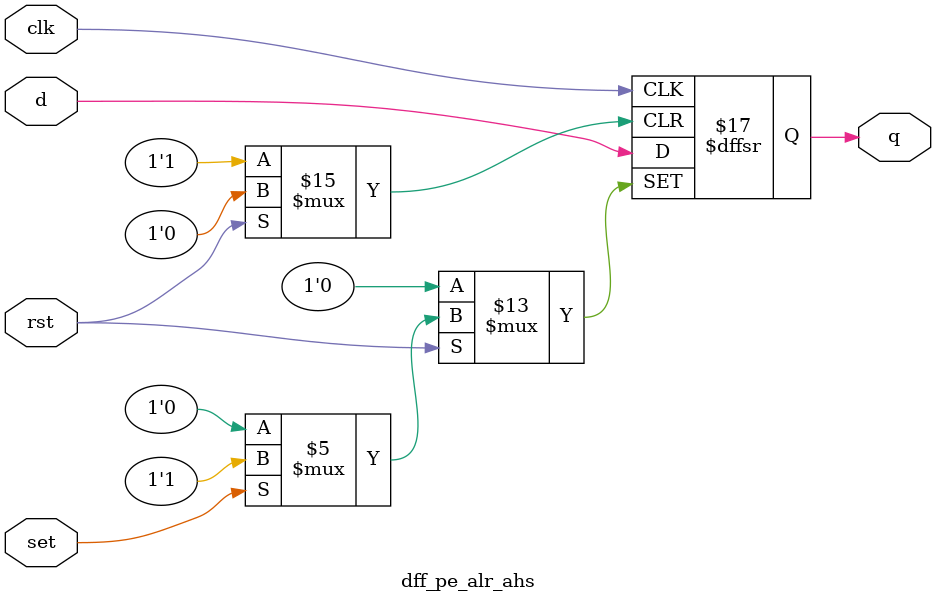
<source format=v>
`timescale 1ns / 1ps


module dff_pe_alr_ahs(q, d, clk, rst, set);
input d, clk, rst, set;
output reg q;

      always@(posedge clk, negedge rst, posedge set)
         if(!rst)
           q <= 1'b0;
         else if(set)
           q <= 1'b1;
         else 
           q <= d;
           
endmodule
</source>
